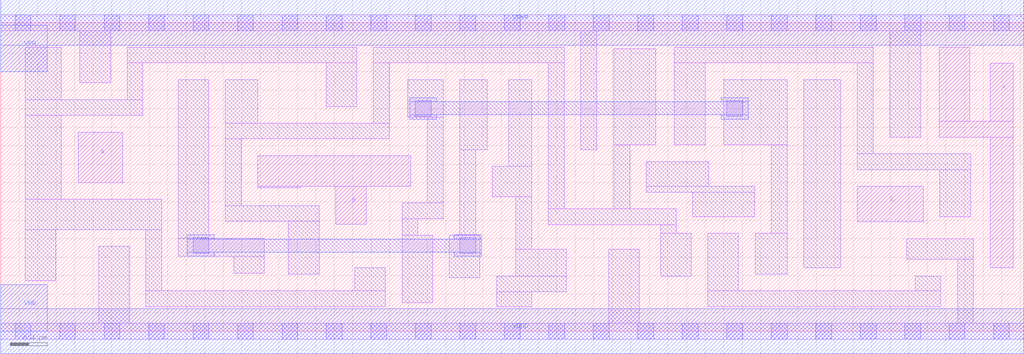
<source format=lef>
# Copyright 2020 The SkyWater PDK Authors
#
# Licensed under the Apache License, Version 2.0 (the "License");
# you may not use this file except in compliance with the License.
# You may obtain a copy of the License at
#
#     https://www.apache.org/licenses/LICENSE-2.0
#
# Unless required by applicable law or agreed to in writing, software
# distributed under the License is distributed on an "AS IS" BASIS,
# WITHOUT WARRANTIES OR CONDITIONS OF ANY KIND, either express or implied.
# See the License for the specific language governing permissions and
# limitations under the License.
#
# SPDX-License-Identifier: Apache-2.0

VERSION 5.5 ;
NAMESCASESENSITIVE ON ;
BUSBITCHARS "[]" ;
DIVIDERCHAR "/" ;
MACRO sky130_fd_sc_lp__xor3_lp
  CLASS CORE ;
  SOURCE USER ;
  ORIGIN  0.000000  0.000000 ;
  SIZE  11.04000 BY  3.330000 ;
  SYMMETRY X Y R90 ;
  SITE unit ;
  PIN A
    ANTENNAGATEAREA  0.376000 ;
    DIRECTION INPUT ;
    USE SIGNAL ;
    PORT
      LAYER li1 ;
        RECT 0.835000 1.605000 1.315000 2.150000 ;
    END
  END A
  PIN B
    ANTENNAGATEAREA  1.002000 ;
    DIRECTION INPUT ;
    USE SIGNAL ;
    PORT
      LAYER li1 ;
        RECT 2.775000 1.550000 3.235000 1.565000 ;
        RECT 2.775000 1.565000 4.425000 1.895000 ;
        RECT 3.615000 1.155000 3.945000 1.565000 ;
    END
  END B
  PIN C
    ANTENNAGATEAREA  0.689000 ;
    DIRECTION INPUT ;
    USE SIGNAL ;
    PORT
      LAYER li1 ;
        RECT 9.245000 1.180000 9.955000 1.565000 ;
    END
  END C
  PIN X
    ANTENNADIFFAREA  0.404700 ;
    DIRECTION OUTPUT ;
    USE SIGNAL ;
    PORT
      LAYER li1 ;
        RECT 10.125000 2.095000 10.925000 2.265000 ;
        RECT 10.125000 2.265000 10.455000 3.065000 ;
        RECT 10.675000 0.685000 10.925000 2.095000 ;
        RECT 10.675000 2.265000 10.925000 2.890000 ;
    END
  END X
  PIN VGND
    DIRECTION INOUT ;
    USE GROUND ;
    PORT
      LAYER met1 ;
        RECT 0.000000 -0.245000 11.040000 0.245000 ;
    END
  END VGND
  PIN VNB
    DIRECTION INOUT ;
    USE GROUND ;
    PORT
      LAYER met1 ;
        RECT 0.000000 0.000000 0.500000 0.500000 ;
    END
  END VNB
  PIN VPB
    DIRECTION INOUT ;
    USE POWER ;
    PORT
      LAYER met1 ;
        RECT 0.000000 2.800000 0.500000 3.300000 ;
    END
  END VPB
  PIN VPWR
    DIRECTION INOUT ;
    USE POWER ;
    PORT
      LAYER met1 ;
        RECT 0.000000 3.085000 11.040000 3.575000 ;
    END
  END VPWR
  OBS
    LAYER li1 ;
      RECT  0.000000 -0.085000 11.040000 0.085000 ;
      RECT  0.000000  3.245000 11.040000 3.415000 ;
      RECT  0.265000  0.545000  0.595000 1.095000 ;
      RECT  0.265000  1.095000  1.735000 1.425000 ;
      RECT  0.265000  1.425000  0.655000 2.330000 ;
      RECT  0.265000  2.330000  1.535000 2.500000 ;
      RECT  0.265000  2.500000  0.655000 3.065000 ;
      RECT  0.855000  2.680000  1.185000 3.245000 ;
      RECT  1.055000  0.085000  1.385000 0.915000 ;
      RECT  1.365000  2.500000  1.535000 2.895000 ;
      RECT  1.365000  2.895000  3.840000 3.065000 ;
      RECT  1.565000  0.265000  4.150000 0.435000 ;
      RECT  1.565000  0.435000  1.735000 1.095000 ;
      RECT  1.915000  0.810000  2.845000 1.005000 ;
      RECT  1.915000  1.005000  2.245000 2.715000 ;
      RECT  2.425000  1.185000  3.435000 1.355000 ;
      RECT  2.425000  1.355000  2.595000 2.075000 ;
      RECT  2.425000  2.075000  4.190000 2.245000 ;
      RECT  2.425000  2.245000  2.775000 2.715000 ;
      RECT  2.515000  0.625000  2.845000 0.810000 ;
      RECT  3.105000  0.615000  3.435000 1.185000 ;
      RECT  3.510000  2.425000  3.840000 2.895000 ;
      RECT  3.820000  0.435000  4.150000 0.685000 ;
      RECT  4.020000  2.245000  4.190000 2.895000 ;
      RECT  4.020000  2.895000  6.080000 3.065000 ;
      RECT  4.330000  0.310000  4.660000 1.035000 ;
      RECT  4.330000  1.035000  4.500000 1.215000 ;
      RECT  4.330000  1.215000  4.775000 1.385000 ;
      RECT  4.390000  2.310000  4.775000 2.715000 ;
      RECT  4.605000  1.385000  4.775000 2.310000 ;
      RECT  4.840000  0.575000  5.170000 1.035000 ;
      RECT  4.955000  1.035000  5.170000 1.040000 ;
      RECT  4.955000  1.040000  5.125000 1.960000 ;
      RECT  4.955000  1.960000  5.250000 2.715000 ;
      RECT  5.305000  1.450000  5.730000 1.780000 ;
      RECT  5.350000  0.265000  5.730000 0.425000 ;
      RECT  5.350000  0.425000  6.100000 0.595000 ;
      RECT  5.480000  1.780000  5.730000 2.715000 ;
      RECT  5.560000  0.595000  6.100000 0.885000 ;
      RECT  5.560000  0.885000  5.730000 1.450000 ;
      RECT  5.910000  1.150000  7.290000 1.320000 ;
      RECT  5.910000  1.320000  6.080000 2.895000 ;
      RECT  6.260000  1.960000  6.430000 3.245000 ;
      RECT  6.560000  0.085000  6.890000 0.885000 ;
      RECT  6.615000  1.320000  6.785000 2.010000 ;
      RECT  6.615000  2.010000  7.070000 3.050000 ;
      RECT  6.965000  1.500000  8.135000 1.565000 ;
      RECT  6.965000  1.565000  7.640000 1.830000 ;
      RECT  7.120000  0.595000  7.450000 1.055000 ;
      RECT  7.120000  1.055000  7.290000 1.150000 ;
      RECT  7.270000  2.010000  7.600000 2.895000 ;
      RECT  7.270000  2.895000  9.415000 3.065000 ;
      RECT  7.470000  1.235000  8.135000 1.500000 ;
      RECT  7.630000  0.265000 10.145000 0.435000 ;
      RECT  7.630000  0.435000  7.960000 1.055000 ;
      RECT  7.800000  2.010000  8.485000 2.715000 ;
      RECT  8.140000  0.615000  8.485000 1.055000 ;
      RECT  8.315000  1.055000  8.485000 2.010000 ;
      RECT  8.665000  0.685000  9.065000 2.715000 ;
      RECT  9.245000  1.745000 10.465000 1.915000 ;
      RECT  9.245000  1.915000  9.415000 2.895000 ;
      RECT  9.595000  2.095000  9.925000 3.245000 ;
      RECT  9.775000  0.775000 10.495000 1.000000 ;
      RECT  9.870000  0.435000 10.145000 0.595000 ;
      RECT 10.135000  1.235000 10.465000 1.745000 ;
      RECT 10.325000  0.085000 10.495000 0.775000 ;
    LAYER mcon ;
      RECT  0.155000 -0.085000  0.325000 0.085000 ;
      RECT  0.155000  3.245000  0.325000 3.415000 ;
      RECT  0.635000 -0.085000  0.805000 0.085000 ;
      RECT  0.635000  3.245000  0.805000 3.415000 ;
      RECT  1.115000 -0.085000  1.285000 0.085000 ;
      RECT  1.115000  3.245000  1.285000 3.415000 ;
      RECT  1.595000 -0.085000  1.765000 0.085000 ;
      RECT  1.595000  3.245000  1.765000 3.415000 ;
      RECT  2.075000 -0.085000  2.245000 0.085000 ;
      RECT  2.075000  0.840000  2.245000 1.010000 ;
      RECT  2.075000  3.245000  2.245000 3.415000 ;
      RECT  2.555000 -0.085000  2.725000 0.085000 ;
      RECT  2.555000  3.245000  2.725000 3.415000 ;
      RECT  3.035000 -0.085000  3.205000 0.085000 ;
      RECT  3.035000  3.245000  3.205000 3.415000 ;
      RECT  3.515000 -0.085000  3.685000 0.085000 ;
      RECT  3.515000  3.245000  3.685000 3.415000 ;
      RECT  3.995000 -0.085000  4.165000 0.085000 ;
      RECT  3.995000  3.245000  4.165000 3.415000 ;
      RECT  4.475000 -0.085000  4.645000 0.085000 ;
      RECT  4.475000  2.320000  4.645000 2.490000 ;
      RECT  4.475000  3.245000  4.645000 3.415000 ;
      RECT  4.955000 -0.085000  5.125000 0.085000 ;
      RECT  4.955000  0.840000  5.125000 1.010000 ;
      RECT  4.955000  3.245000  5.125000 3.415000 ;
      RECT  5.435000 -0.085000  5.605000 0.085000 ;
      RECT  5.435000  3.245000  5.605000 3.415000 ;
      RECT  5.915000 -0.085000  6.085000 0.085000 ;
      RECT  5.915000  3.245000  6.085000 3.415000 ;
      RECT  6.395000 -0.085000  6.565000 0.085000 ;
      RECT  6.395000  3.245000  6.565000 3.415000 ;
      RECT  6.875000 -0.085000  7.045000 0.085000 ;
      RECT  6.875000  3.245000  7.045000 3.415000 ;
      RECT  7.355000 -0.085000  7.525000 0.085000 ;
      RECT  7.355000  3.245000  7.525000 3.415000 ;
      RECT  7.835000 -0.085000  8.005000 0.085000 ;
      RECT  7.835000  2.320000  8.005000 2.490000 ;
      RECT  7.835000  3.245000  8.005000 3.415000 ;
      RECT  8.315000 -0.085000  8.485000 0.085000 ;
      RECT  8.315000  3.245000  8.485000 3.415000 ;
      RECT  8.795000 -0.085000  8.965000 0.085000 ;
      RECT  8.795000  3.245000  8.965000 3.415000 ;
      RECT  9.275000 -0.085000  9.445000 0.085000 ;
      RECT  9.275000  3.245000  9.445000 3.415000 ;
      RECT  9.755000 -0.085000  9.925000 0.085000 ;
      RECT  9.755000  3.245000  9.925000 3.415000 ;
      RECT 10.235000 -0.085000 10.405000 0.085000 ;
      RECT 10.235000  3.245000 10.405000 3.415000 ;
      RECT 10.715000 -0.085000 10.885000 0.085000 ;
      RECT 10.715000  3.245000 10.885000 3.415000 ;
    LAYER met1 ;
      RECT 2.015000 0.810000 2.305000 0.855000 ;
      RECT 2.015000 0.855000 5.185000 0.995000 ;
      RECT 2.015000 0.995000 2.305000 1.040000 ;
      RECT 4.415000 2.290000 4.705000 2.335000 ;
      RECT 4.415000 2.335000 8.065000 2.475000 ;
      RECT 4.415000 2.475000 4.705000 2.520000 ;
      RECT 4.895000 0.810000 5.185000 0.855000 ;
      RECT 4.895000 0.995000 5.185000 1.040000 ;
      RECT 7.775000 2.290000 8.065000 2.335000 ;
      RECT 7.775000 2.475000 8.065000 2.520000 ;
  END
END sky130_fd_sc_lp__xor3_lp
END LIBRARY

</source>
